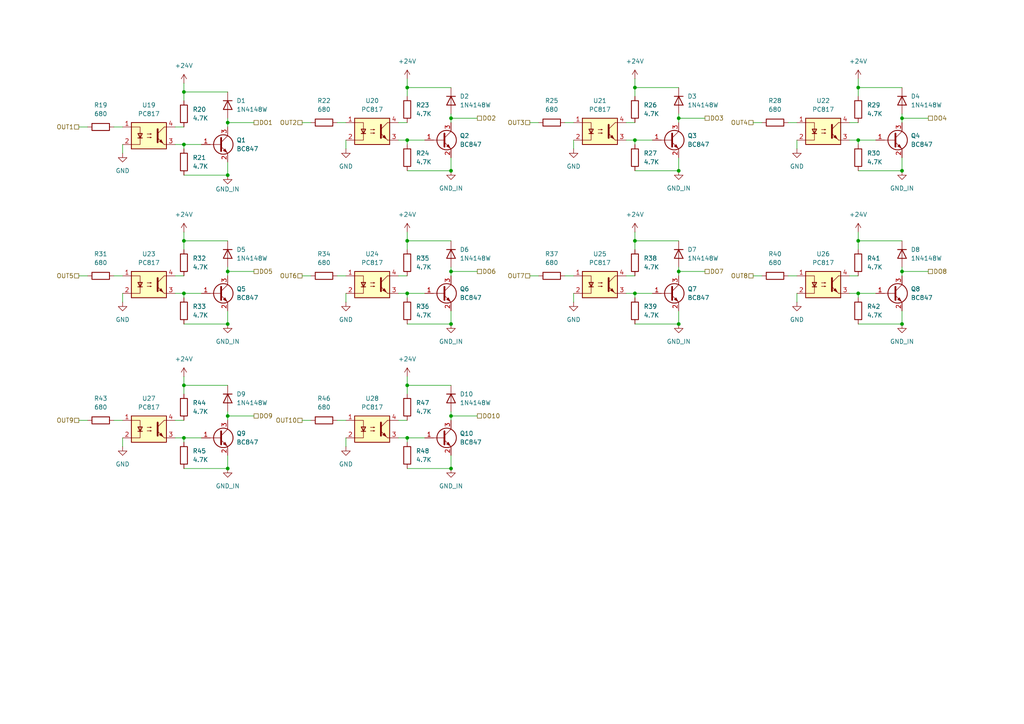
<source format=kicad_sch>
(kicad_sch (version 20250114) (generator "eeschema") (generator_version "9.0")
  (paper "A4")
  (lib_symbols
    (symbol "Device:R" (pin_numbers (hide yes)) (pin_names (offset 0))
      (property "Reference" "R" (at 2.032 0 90))
      (property "Value" "R" (at 0 0 90))
      (symbol "R_0_1"
        (rectangle (start -1.016 -2.54) (end 1.016 2.54) (stroke (width 0.254)))
      )
      (symbol "R_1_1"
        (pin passive line (at 0 3.81 270) (length 1.27) (name "~") (number "1"))
        (pin passive line (at 0 -3.81 90) (length 1.27) (name "~") (number "2"))
      )
    )
    (symbol "Diode:1N4148W" (pin_numbers (hide yes)) (pin_names (hide yes))
      (property "Reference" "D" (at 0 2.54 0))
      (property "Value" "1N4148W" (at 0 -2.54 0))
      (symbol "1N4148W_0_1"
        (polyline (pts (xy -1.27 1.27) (xy -1.27 -1.27)) (stroke (width 0.254)))
        (polyline (pts (xy 1.27 1.27) (xy 1.27 -1.27) (xy -1.27 0) (xy 1.27 1.27)) (stroke (width 0.254)))
        (polyline (pts (xy 1.27 0) (xy -1.27 0)))
      )
      (symbol "1N4148W_1_1"
        (pin passive line (at -3.81 0 0) (length 2.54) (name "K") (number "1"))
        (pin passive line (at 3.81 0 180) (length 2.54) (name "A") (number "2"))
      )
    )
    (symbol "Isolator:PC817" (pin_names (offset 1.016))
      (property "Reference" "U" (at -5.08 5.08 0))
      (property "Value" "PC817" (at 0 5.08 0))
      (symbol "PC817_0_1"
        (rectangle (start -5.08 3.81) (end 5.08 -3.81) (stroke (width 0.254)) (fill (type background)))
        (polyline (pts (xy -5.08 2.54) (xy -2.54 2.54) (xy -2.54 -0.635)))
        (polyline (pts (xy -3.175 -0.635) (xy -1.905 -0.635)) (stroke (width 0.254)))
        (polyline (pts (xy -2.54 -0.635) (xy -2.54 -2.54) (xy -5.08 -2.54)))
        (polyline (pts (xy -2.54 -0.635) (xy -3.175 0.635) (xy -1.905 0.635) (xy -2.54 -0.635)) (stroke (width 0.254)))
        (polyline (pts (xy -0.508 0.508) (xy 0.762 0.508) (xy 0.381 0.381) (xy 0.381 0.635) (xy 0.762 0.508)))
        (polyline (pts (xy -0.508 -0.508) (xy 0.762 -0.508) (xy 0.381 -0.635) (xy 0.381 -0.381) (xy 0.762 -0.508)))
        (polyline (pts (xy 2.54 1.905) (xy 2.54 -1.905) (xy 2.54 -1.905)) (stroke (width 0.508)))
        (polyline (pts (xy 2.54 0.635) (xy 4.445 2.54)))
        (polyline (pts (xy 3.048 -1.651) (xy 3.556 -1.143) (xy 4.064 -2.159) (xy 3.048 -1.651) (xy 3.048 -1.651)) (fill (type outline)))
        (polyline (pts (xy 4.445 2.54) (xy 5.08 2.54)))
        (polyline (pts (xy 4.445 -2.54) (xy 2.54 -0.635)) (fill (type outline)))
        (polyline (pts (xy 4.445 -2.54) (xy 5.08 -2.54)))
      )
      (symbol "PC817_1_1"
        (pin passive line (at -7.62 2.54 0) (length 2.54) (name "~") (number "1"))
        (pin passive line (at -7.62 -2.54 0) (length 2.54) (name "~") (number "2"))
        (pin passive line (at 7.62 2.54 180) (length 2.54) (name "~") (number "4"))
        (pin passive line (at 7.62 -2.54 180) (length 2.54) (name "~") (number "3"))
      )
    )
    (symbol "Transistor_BJT:BC847" (pin_names (offset 0) (hide yes))
      (property "Reference" "Q" (at 5.08 1.905 0))
      (property "Value" "BC847" (at 5.08 0 0))
      (symbol "BC847_0_1"
        (polyline (pts (xy -2.54 0) (xy 0.635 0)))
        (polyline (pts (xy 0.635 1.905) (xy 0.635 -1.905)) (stroke (width 0.508)))
        (circle (center 1.27 0) (radius 2.8194) (stroke (width 0.254)))
      )
      (symbol "BC847_1_1"
        (polyline (pts (xy 0.635 0.635) (xy 2.54 2.54)))
        (polyline (pts (xy 0.635 -0.635) (xy 2.54 -2.54)))
        (polyline (pts (xy 1.27 -1.778) (xy 1.778 -1.27) (xy 2.286 -2.286) (xy 1.27 -1.778)) (fill (type outline)))
        (pin input line (at -5.08 0 0) (length 2.54) (name "B") (number "1"))
        (pin passive line (at 2.54 5.08 270) (length 2.54) (name "C") (number "3"))
        (pin passive line (at 2.54 -5.08 90) (length 2.54) (name "E") (number "2"))
      )
    )
    (symbol "power:+24V" (power) (pin_numbers (hide yes)) (pin_names (offset 0) (hide yes))
      (property "Value" "+24V" (at 0 3.556 0))
      (symbol "+24V_0_1"
        (polyline (pts (xy -0.762 1.27) (xy 0 2.54)))
        (polyline (pts (xy 0 2.54) (xy 0.762 1.27)))
        (polyline (pts (xy 0 0) (xy 0 2.54)))
      )
      (symbol "+24V_1_1"
        (pin power_in line (at 0 0 90) (length 0) (name "~") (number "1"))
      )
    )
    (symbol "power:GND" (power) (pin_numbers (hide yes)) (pin_names (offset 0) (hide yes))
      (property "Value" "GND" (at 0 -3.81 0))
      (symbol "GND_0_1"
        (polyline (pts (xy 0 0) (xy 0 -1.27) (xy 1.27 -1.27) (xy 0 -2.54) (xy -1.27 -1.27) (xy 0 -1.27)))
      )
      (symbol "GND_1_1"
        (pin power_in line (at 0 0 270) (length 0) (name "~") (number "1"))
      )
    )
  )
  (junction (at 118.11 25.4))
  (junction (at 184.15 85.09))
  (junction (at 261.62 93.98))
  (junction (at 53.34 26.67))
  (junction (at 184.15 69.85))
  (junction (at 261.62 78.74))
  (junction (at 66.04 50.8))
  (junction (at 196.85 34.29))
  (junction (at 248.92 25.4))
  (junction (at 184.15 25.4))
  (junction (at 130.81 34.29))
  (junction (at 66.04 35.56))
  (junction (at 248.92 69.85))
  (junction (at 66.04 78.74))
  (junction (at 248.92 85.09))
  (junction (at 118.11 40.64))
  (junction (at 130.81 120.65))
  (junction (at 66.04 135.89))
  (junction (at 53.34 127))
  (junction (at 248.92 40.64))
  (junction (at 53.34 69.85))
  (junction (at 196.85 93.98))
  (junction (at 118.11 127))
  (junction (at 130.81 135.89))
  (junction (at 261.62 49.53))
  (junction (at 196.85 49.53))
  (junction (at 53.34 85.09))
  (junction (at 130.81 93.98))
  (junction (at 184.15 40.64))
  (junction (at 118.11 69.85))
  (junction (at 118.11 85.09))
  (junction (at 118.11 111.76))
  (junction (at 196.85 78.74))
  (junction (at 66.04 93.98))
  (junction (at 53.34 111.76))
  (junction (at 261.62 34.29))
  (junction (at 53.34 41.91))
  (junction (at 130.81 78.74))
  (junction (at 66.04 120.65))
  (junction (at 130.81 49.53))
  (wire (pts (xy 35.56 85.09) (xy 35.56 87.63)))
  (wire (pts (xy 115.57 35.56) (xy 118.11 35.56)))
  (wire (pts (xy 115.57 40.64) (xy 118.11 40.64)))
  (wire (pts (xy 246.38 35.56) (xy 248.92 35.56)))
  (wire (pts (xy 153.67 35.56) (xy 156.21 35.56)))
  (wire (pts (xy 66.04 90.17) (xy 66.04 93.98)))
  (wire (pts (xy 248.92 93.98) (xy 261.62 93.98)))
  (wire (pts (xy 130.81 132.08) (xy 130.81 135.89)))
  (wire (pts (xy 118.11 111.76) (xy 130.81 111.76)))
  (wire (pts (xy 261.62 90.17) (xy 261.62 93.98)))
  (wire (pts (xy 181.61 35.56) (xy 184.15 35.56)))
  (wire (pts (xy 66.04 35.56) (xy 73.66 35.56)))
  (wire (pts (xy 118.11 67.31) (xy 118.11 69.85)))
  (wire (pts (xy 53.34 26.67) (xy 53.34 29.21)))
  (wire (pts (xy 50.8 127) (xy 53.34 127)))
  (wire (pts (xy 118.11 93.98) (xy 130.81 93.98)))
  (wire (pts (xy 166.37 85.09) (xy 166.37 87.63)))
  (wire (pts (xy 53.34 111.76) (xy 53.34 114.3)))
  (wire (pts (xy 53.34 69.85) (xy 66.04 69.85)))
  (wire (pts (xy 196.85 77.47) (xy 196.85 78.74)))
  (wire (pts (xy 53.34 93.98) (xy 66.04 93.98)))
  (wire (pts (xy 248.92 85.09) (xy 254 85.09)))
  (wire (pts (xy 246.38 85.09) (xy 248.92 85.09)))
  (wire (pts (xy 50.8 80.01) (xy 53.34 80.01)))
  (wire (pts (xy 53.34 85.09) (xy 58.42 85.09)))
  (wire (pts (xy 115.57 127) (xy 118.11 127)))
  (wire (pts (xy 130.81 90.17) (xy 130.81 93.98)))
  (wire (pts (xy 33.02 80.01) (xy 35.56 80.01)))
  (wire (pts (xy 248.92 69.85) (xy 248.92 72.39)))
  (wire (pts (xy 231.14 85.09) (xy 231.14 87.63)))
  (wire (pts (xy 261.62 34.29) (xy 269.24 34.29)))
  (wire (pts (xy 196.85 78.74) (xy 196.85 80.01)))
  (wire (pts (xy 248.92 25.4) (xy 248.92 27.94)))
  (wire (pts (xy 184.15 25.4) (xy 196.85 25.4)))
  (wire (pts (xy 53.34 41.91) (xy 58.42 41.91)))
  (wire (pts (xy 115.57 80.01) (xy 118.11 80.01)))
  (wire (pts (xy 248.92 40.64) (xy 248.92 41.91)))
  (wire (pts (xy 100.33 127) (xy 100.33 129.54)))
  (wire (pts (xy 50.8 36.83) (xy 53.34 36.83)))
  (wire (pts (xy 118.11 85.09) (xy 123.19 85.09)))
  (wire (pts (xy 33.02 36.83) (xy 35.56 36.83)))
  (wire (pts (xy 184.15 49.53) (xy 196.85 49.53)))
  (wire (pts (xy 66.04 119.38) (xy 66.04 120.65)))
  (wire (pts (xy 87.63 35.56) (xy 90.17 35.56)))
  (wire (pts (xy 87.63 80.01) (xy 90.17 80.01)))
  (wire (pts (xy 53.34 85.09) (xy 53.34 86.36)))
  (wire (pts (xy 261.62 45.72) (xy 261.62 49.53)))
  (wire (pts (xy 118.11 25.4) (xy 118.11 27.94)))
  (wire (pts (xy 196.85 34.29) (xy 196.85 35.56)))
  (wire (pts (xy 196.85 78.74) (xy 204.47 78.74)))
  (wire (pts (xy 100.33 85.09) (xy 100.33 87.63)))
  (wire (pts (xy 53.34 50.8) (xy 66.04 50.8)))
  (wire (pts (xy 53.34 111.76) (xy 66.04 111.76)))
  (wire (pts (xy 130.81 45.72) (xy 130.81 49.53)))
  (wire (pts (xy 184.15 22.86) (xy 184.15 25.4)))
  (wire (pts (xy 22.86 121.92) (xy 25.4 121.92)))
  (wire (pts (xy 184.15 93.98) (xy 196.85 93.98)))
  (wire (pts (xy 261.62 34.29) (xy 261.62 35.56)))
  (wire (pts (xy 248.92 69.85) (xy 261.62 69.85)))
  (wire (pts (xy 153.67 80.01) (xy 156.21 80.01)))
  (wire (pts (xy 66.04 132.08) (xy 66.04 135.89)))
  (wire (pts (xy 248.92 25.4) (xy 261.62 25.4)))
  (wire (pts (xy 87.63 121.92) (xy 90.17 121.92)))
  (wire (pts (xy 100.33 40.64) (xy 100.33 43.18)))
  (wire (pts (xy 35.56 127) (xy 35.56 129.54)))
  (wire (pts (xy 118.11 25.4) (xy 130.81 25.4)))
  (wire (pts (xy 184.15 40.64) (xy 184.15 41.91)))
  (wire (pts (xy 22.86 36.83) (xy 25.4 36.83)))
  (wire (pts (xy 130.81 77.47) (xy 130.81 78.74)))
  (wire (pts (xy 53.34 127) (xy 53.34 128.27)))
  (wire (pts (xy 261.62 33.02) (xy 261.62 34.29)))
  (wire (pts (xy 118.11 40.64) (xy 118.11 41.91)))
  (wire (pts (xy 53.34 24.13) (xy 53.34 26.67)))
  (wire (pts (xy 97.79 80.01) (xy 100.33 80.01)))
  (wire (pts (xy 118.11 109.22) (xy 118.11 111.76)))
  (wire (pts (xy 118.11 69.85) (xy 118.11 72.39)))
  (wire (pts (xy 130.81 78.74) (xy 138.43 78.74)))
  (wire (pts (xy 118.11 135.89) (xy 130.81 135.89)))
  (wire (pts (xy 181.61 80.01) (xy 184.15 80.01)))
  (wire (pts (xy 118.11 111.76) (xy 118.11 114.3)))
  (wire (pts (xy 118.11 69.85) (xy 130.81 69.85)))
  (wire (pts (xy 66.04 120.65) (xy 73.66 120.65)))
  (wire (pts (xy 184.15 25.4) (xy 184.15 27.94)))
  (wire (pts (xy 66.04 46.99) (xy 66.04 50.8)))
  (wire (pts (xy 118.11 40.64) (xy 123.19 40.64)))
  (wire (pts (xy 248.92 85.09) (xy 248.92 86.36)))
  (wire (pts (xy 35.56 41.91) (xy 35.56 44.45)))
  (wire (pts (xy 118.11 127) (xy 118.11 128.27)))
  (wire (pts (xy 118.11 22.86) (xy 118.11 25.4)))
  (wire (pts (xy 130.81 120.65) (xy 130.81 121.92)))
  (wire (pts (xy 97.79 121.92) (xy 100.33 121.92)))
  (wire (pts (xy 196.85 90.17) (xy 196.85 93.98)))
  (wire (pts (xy 53.34 41.91) (xy 53.34 43.18)))
  (wire (pts (xy 130.81 78.74) (xy 130.81 80.01)))
  (wire (pts (xy 66.04 35.56) (xy 66.04 36.83)))
  (wire (pts (xy 248.92 49.53) (xy 261.62 49.53)))
  (wire (pts (xy 248.92 22.86) (xy 248.92 25.4)))
  (wire (pts (xy 184.15 69.85) (xy 196.85 69.85)))
  (wire (pts (xy 248.92 67.31) (xy 248.92 69.85)))
  (wire (pts (xy 261.62 77.47) (xy 261.62 78.74)))
  (wire (pts (xy 22.86 80.01) (xy 25.4 80.01)))
  (wire (pts (xy 118.11 127) (xy 123.19 127)))
  (wire (pts (xy 53.34 109.22) (xy 53.34 111.76)))
  (wire (pts (xy 228.6 35.56) (xy 231.14 35.56)))
  (wire (pts (xy 130.81 119.38) (xy 130.81 120.65)))
  (wire (pts (xy 130.81 34.29) (xy 138.43 34.29)))
  (wire (pts (xy 130.81 120.65) (xy 138.43 120.65)))
  (wire (pts (xy 115.57 85.09) (xy 118.11 85.09)))
  (wire (pts (xy 218.44 35.56) (xy 220.98 35.56)))
  (wire (pts (xy 118.11 49.53) (xy 130.81 49.53)))
  (wire (pts (xy 50.8 85.09) (xy 53.34 85.09)))
  (wire (pts (xy 184.15 69.85) (xy 184.15 72.39)))
  (wire (pts (xy 231.14 40.64) (xy 231.14 43.18)))
  (wire (pts (xy 184.15 67.31) (xy 184.15 69.85)))
  (wire (pts (xy 261.62 78.74) (xy 261.62 80.01)))
  (wire (pts (xy 196.85 34.29) (xy 204.47 34.29)))
  (wire (pts (xy 218.44 80.01) (xy 220.98 80.01)))
  (wire (pts (xy 196.85 33.02) (xy 196.85 34.29)))
  (wire (pts (xy 53.34 67.31) (xy 53.34 69.85)))
  (wire (pts (xy 53.34 135.89) (xy 66.04 135.89)))
  (wire (pts (xy 66.04 34.29) (xy 66.04 35.56)))
  (wire (pts (xy 53.34 69.85) (xy 53.34 72.39)))
  (wire (pts (xy 130.81 34.29) (xy 130.81 35.56)))
  (wire (pts (xy 184.15 85.09) (xy 184.15 86.36)))
  (wire (pts (xy 66.04 78.74) (xy 66.04 80.01)))
  (wire (pts (xy 50.8 121.92) (xy 53.34 121.92)))
  (wire (pts (xy 97.79 35.56) (xy 100.33 35.56)))
  (wire (pts (xy 66.04 78.74) (xy 73.66 78.74)))
  (wire (pts (xy 118.11 85.09) (xy 118.11 86.36)))
  (wire (pts (xy 163.83 80.01) (xy 166.37 80.01)))
  (wire (pts (xy 53.34 26.67) (xy 66.04 26.67)))
  (wire (pts (xy 246.38 80.01) (xy 248.92 80.01)))
  (wire (pts (xy 184.15 40.64) (xy 189.23 40.64)))
  (wire (pts (xy 246.38 40.64) (xy 248.92 40.64)))
  (wire (pts (xy 33.02 121.92) (xy 35.56 121.92)))
  (wire (pts (xy 50.8 41.91) (xy 53.34 41.91)))
  (wire (pts (xy 196.85 45.72) (xy 196.85 49.53)))
  (wire (pts (xy 181.61 40.64) (xy 184.15 40.64)))
  (wire (pts (xy 166.37 40.64) (xy 166.37 43.18)))
  (wire (pts (xy 130.81 33.02) (xy 130.81 34.29)))
  (wire (pts (xy 66.04 77.47) (xy 66.04 78.74)))
  (wire (pts (xy 184.15 85.09) (xy 189.23 85.09)))
  (wire (pts (xy 66.04 120.65) (xy 66.04 121.92)))
  (wire (pts (xy 181.61 85.09) (xy 184.15 85.09)))
  (wire (pts (xy 261.62 78.74) (xy 269.24 78.74)))
  (wire (pts (xy 163.83 35.56) (xy 166.37 35.56)))
  (wire (pts (xy 53.34 127) (xy 58.42 127)))
  (wire (pts (xy 228.6 80.01) (xy 231.14 80.01)))
  (wire (pts (xy 248.92 40.64) (xy 254 40.64)))
  (wire (pts (xy 115.57 121.92) (xy 118.11 121.92)))
  (hierarchical_label "DO4" (shape passive) (at 269.24 34.29 0))
  (hierarchical_label "OUT2" (shape passive) (at 87.63 35.56 180))
  (hierarchical_label "DO9" (shape passive) (at 73.66 120.65 0))
  (hierarchical_label "DO2" (shape passive) (at 138.43 34.29 0))
  (hierarchical_label "OUT5" (shape passive) (at 22.86 80.01 180))
  (hierarchical_label "DO6" (shape passive) (at 138.43 78.74 0))
  (hierarchical_label "OUT7" (shape passive) (at 153.67 80.01 180))
  (hierarchical_label "OUT3" (shape passive) (at 153.67 35.56 180))
  (hierarchical_label "OUT8" (shape passive) (at 218.44 80.01 180))
  (hierarchical_label "OUT6" (shape passive) (at 87.63 80.01 180))
  (hierarchical_label "DO7" (shape passive) (at 204.47 78.74 0))
  (hierarchical_label "DO5" (shape passive) (at 73.66 78.74 0))
  (hierarchical_label "OUT1" (shape passive) (at 22.86 36.83 180))
  (hierarchical_label "OUT9" (shape passive) (at 22.86 121.92 180))
  (hierarchical_label "OUT10" (shape passive) (at 87.63 121.92 180))
  (hierarchical_label "DO3" (shape passive) (at 204.47 34.29 0))
  (hierarchical_label "DO8" (shape passive) (at 269.24 78.74 0))
  (hierarchical_label "OUT4" (shape passive) (at 218.44 35.56 180))
  (hierarchical_label "DO1" (shape passive) (at 73.66 35.56 0))
  (hierarchical_label "DO10" (shape passive) (at 138.43 120.65 0))
  (symbol (lib_id "Isolator:PC817") (at 107.95 124.46 0) (unit 1)
    (property "Reference" "U28" (at 107.95 115.57 0))
    (property "Value" "PC817" (at 107.95 118.11 0))
    (property "Footprint" "Package_DIP:DIP-4_W7.62mm" (effects (hide yes)))
    (property "Datasheet" "http://www.soselectronic.cz/a_info/resource/d/pc817.pdf" (effects (hide yes)))
    (property "Description" "DC Optocoupler, Vce 35V, CTR 50-300%, DIP-4" (effects (hide yes)))
  )
  (symbol (lib_id "Isolator:PC817") (at 43.18 124.46 0) (unit 1)
    (property "Reference" "U27" (at 43.18 115.57 0))
    (property "Value" "PC817" (at 43.18 118.11 0))
    (property "Footprint" "Package_DIP:DIP-4_W7.62mm" (effects (hide yes)))
    (property "Datasheet" "http://www.soselectronic.cz/a_info/resource/d/pc817.pdf" (effects (hide yes)))
    (property "Description" "DC Optocoupler, Vce 35V, CTR 50-300%, DIP-4" (effects (hide yes)))
  )
  (symbol (lib_id "Diode:1N4148W") (at 66.04 115.57 270) (unit 1)
    (property "Reference" "D9" (at 68.58 114.2999 90) (effects (justify left)))
    (property "Value" "1N4148W" (at 68.58 116.8399 90) (effects (justify left)))
    (property "Footprint" "Diode_SMD:D_SOD-123" (effects (hide yes)))
    (property "Datasheet" "https://www.vishay.com/docs/85748/1n4148w.pdf" (effects (hide yes)))
    (property "Description" "75V 0.15A Fast Switching Diode, SOD-123" (effects (hide yes)))
    (property "Sim.Device" "D" (effects (hide yes)))
    (property "Sim.Pins" "1=K 2=A" (effects (hide yes)))
  )
  (symbol (lib_id "power:+24V") (at 248.92 67.31 0) (unit 1)
    (property "Reference" "#PWR067" (effects (hide yes)))
    (property "Value" "+24V" (at 248.92 62.23 0))
    (property "Description" "Power symbol creates a global label with name \"+24V\"" (effects (hide yes)))
  )
  (symbol (lib_id "power:+24V") (at 118.11 109.22 0) (unit 1)
    (property "Reference" "#PWR073" (effects (hide yes)))
    (property "Value" "+24V" (at 118.11 104.14 0))
    (property "Description" "Power symbol creates a global label with name \"+24V\"" (effects (hide yes)))
  )
  (symbol (lib_id "Device:R") (at 248.92 76.2 180) (unit 1)
    (property "Reference" "R41" (at 251.46 74.9299 0) (effects (justify right)))
    (property "Value" "4.7K" (at 251.46 77.4699 0) (effects (justify right)))
    (property "Footprint" "Resistor_SMD:R_0805_2012Metric_Pad1.20x1.40mm_HandSolder" (effects (hide yes)))
    (property "Description" "Resistor" (effects (hide yes)))
  )
  (symbol (lib_id "Diode:1N4148W") (at 196.85 29.21 270) (unit 1)
    (property "Reference" "D3" (at 199.39 27.9399 90) (effects (justify left)))
    (property "Value" "1N4148W" (at 199.39 30.4799 90) (effects (justify left)))
    (property "Footprint" "Diode_SMD:D_SOD-123" (effects (hide yes)))
    (property "Datasheet" "https://www.vishay.com/docs/85748/1n4148w.pdf" (effects (hide yes)))
    (property "Description" "75V 0.15A Fast Switching Diode, SOD-123" (effects (hide yes)))
    (property "Sim.Device" "D" (effects (hide yes)))
    (property "Sim.Pins" "1=K 2=A" (effects (hide yes)))
  )
  (symbol (lib_id "power:GND") (at 130.81 135.89 0) (unit 1)
    (property "Reference" "#PWR074" (effects (hide yes)))
    (property "Value" "GND_IN" (at 130.81 140.97 0))
    (property "Description" "Power symbol creates a global label with name \"GND\" , ground" (effects (hide yes)))
  )
  (symbol (lib_id "Device:R") (at 53.34 46.99 180) (unit 1)
    (property "Reference" "R21" (at 55.88 45.7199 0) (effects (justify right)))
    (property "Value" "4.7K" (at 55.88 48.2599 0) (effects (justify right)))
    (property "Footprint" "Resistor_SMD:R_0805_2012Metric_Pad1.20x1.40mm_HandSolder" (effects (hide yes)))
    (property "Description" "Resistor" (effects (hide yes)))
  )
  (symbol (lib_id "Device:R") (at 118.11 90.17 180) (unit 1)
    (property "Reference" "R36" (at 120.65 88.8999 0) (effects (justify right)))
    (property "Value" "4.7K" (at 120.65 91.4399 0) (effects (justify right)))
    (property "Footprint" "Resistor_SMD:R_0805_2012Metric_Pad1.20x1.40mm_HandSolder" (effects (hide yes)))
    (property "Description" "Resistor" (effects (hide yes)))
  )
  (symbol (lib_id "power:GND") (at 66.04 50.8 0) (unit 1)
    (property "Reference" "#PWR07" (effects (hide yes)))
    (property "Value" "GND_IN" (at 62.484 54.864 0) (effects (justify left)))
    (property "Description" "Power symbol creates a global label with name \"GND\" , ground" (effects (hide yes)))
  )
  (symbol (lib_id "Isolator:PC817") (at 238.76 82.55 0) (unit 1)
    (property "Reference" "U26" (at 238.76 73.66 0))
    (property "Value" "PC817" (at 238.76 76.2 0))
    (property "Footprint" "Package_DIP:DIP-4_W7.62mm" (effects (hide yes)))
    (property "Datasheet" "http://www.soselectronic.cz/a_info/resource/d/pc817.pdf" (effects (hide yes)))
    (property "Description" "DC Optocoupler, Vce 35V, CTR 50-300%, DIP-4" (effects (hide yes)))
  )
  (symbol (lib_id "Device:R") (at 53.34 33.02 180) (unit 1)
    (property "Reference" "R20" (at 55.88 31.7499 0) (effects (justify right)))
    (property "Value" "4.7K" (at 55.88 34.2899 0) (effects (justify right)))
    (property "Footprint" "Resistor_SMD:R_0805_2012Metric_Pad1.20x1.40mm_HandSolder" (effects (hide yes)))
    (property "Description" "Resistor" (effects (hide yes)))
  )
  (symbol (lib_id "power:GND") (at 100.33 43.18 0) (unit 1)
    (property "Reference" "#PWR048" (effects (hide yes)))
    (property "Value" "GND" (at 100.33 48.26 0))
    (property "Description" "Power symbol creates a global label with name \"GND\" , ground" (effects (hide yes)))
  )
  (symbol (lib_id "power:GND") (at 66.04 135.89 0) (unit 1)
    (property "Reference" "#PWR071" (effects (hide yes)))
    (property "Value" "GND_IN" (at 66.04 140.97 0))
    (property "Description" "Power symbol creates a global label with name \"GND\" , ground" (effects (hide yes)))
  )
  (symbol (lib_id "Diode:1N4148W") (at 261.62 73.66 270) (unit 1)
    (property "Reference" "D8" (at 264.16 72.3899 90) (effects (justify left)))
    (property "Value" "1N4148W" (at 264.16 74.9299 90) (effects (justify left)))
    (property "Footprint" "Diode_SMD:D_SOD-123" (effects (hide yes)))
    (property "Datasheet" "https://www.vishay.com/docs/85748/1n4148w.pdf" (effects (hide yes)))
    (property "Description" "75V 0.15A Fast Switching Diode, SOD-123" (effects (hide yes)))
    (property "Sim.Device" "D" (effects (hide yes)))
    (property "Sim.Pins" "1=K 2=A" (effects (hide yes)))
  )
  (symbol (lib_id "power:GND") (at 130.81 93.98 0) (unit 1)
    (property "Reference" "#PWR062" (effects (hide yes)))
    (property "Value" "GND_IN" (at 130.81 99.06 0))
    (property "Description" "Power symbol creates a global label with name \"GND\" , ground" (effects (hide yes)))
  )
  (symbol (lib_id "power:+24V") (at 184.15 22.86 0) (unit 1)
    (property "Reference" "#PWR052" (effects (hide yes)))
    (property "Value" "+24V" (at 184.15 17.78 0))
    (property "Description" "Power symbol creates a global label with name \"+24V\"" (effects (hide yes)))
  )
  (symbol (lib_id "Device:R") (at 118.11 118.11 180) (unit 1)
    (property "Reference" "R47" (at 120.65 116.8399 0) (effects (justify right)))
    (property "Value" "4.7K" (at 120.65 119.3799 0) (effects (justify right)))
    (property "Footprint" "Resistor_SMD:R_0805_2012Metric_Pad1.20x1.40mm_HandSolder" (effects (hide yes)))
    (property "Description" "Resistor" (effects (hide yes)))
  )
  (symbol (lib_id "power:GND") (at 231.14 43.18 0) (unit 1)
    (property "Reference" "#PWR054" (effects (hide yes)))
    (property "Value" "GND" (at 231.14 48.26 0))
    (property "Description" "Power symbol creates a global label with name \"GND\" , ground" (effects (hide yes)))
  )
  (symbol (lib_id "power:GND") (at 100.33 129.54 0) (unit 1)
    (property "Reference" "#PWR072" (effects (hide yes)))
    (property "Value" "GND" (at 100.33 134.62 0))
    (property "Description" "Power symbol creates a global label with name \"GND\" , ground" (effects (hide yes)))
  )
  (symbol (lib_id "power:+24V") (at 53.34 109.22 0) (unit 1)
    (property "Reference" "#PWR070" (effects (hide yes)))
    (property "Value" "+24V" (at 53.34 104.14 0))
    (property "Description" "Power symbol creates a global label with name \"+24V\"" (effects (hide yes)))
  )
  (symbol (lib_id "Transistor_BJT:BC847") (at 259.08 85.09 0) (unit 1)
    (property "Reference" "Q8" (at 264.16 83.8199 0) (effects (justify left)))
    (property "Value" "BC847" (at 264.16 86.3599 0) (effects (justify left)))
    (property "Footprint" "Package_TO_SOT_SMD:SOT-23" (effects (hide yes)))
    (property "Datasheet" "http://www.infineon.com/dgdl/Infineon-BC847SERIES_BC848SERIES_BC849SERIES_BC850SERIES-DS-v01_01-en.pdf?fileId=db3a304314dca389011541d4630a1657" (effects (hide yes)))
    (property "Description" "0.1A Ic, 45V Vce, NPN Transistor, SOT-23" (effects (hide yes)))
  )
  (symbol (lib_id "Device:R") (at 160.02 80.01 90) (unit 1)
    (property "Reference" "R37" (at 160.02 73.66 90))
    (property "Value" "680" (at 160.02 76.2 90))
    (property "Footprint" "Resistor_SMD:R_0805_2012Metric_Pad1.20x1.40mm_HandSolder" (effects (hide yes)))
    (property "Description" "Resistor" (effects (hide yes)))
  )
  (symbol (lib_id "power:GND") (at 166.37 87.63 0) (unit 1)
    (property "Reference" "#PWR063" (effects (hide yes)))
    (property "Value" "GND" (at 166.37 92.71 0))
    (property "Description" "Power symbol creates a global label with name \"GND\" , ground" (effects (hide yes)))
  )
  (symbol (lib_id "Transistor_BJT:BC847") (at 128.27 127 0) (unit 1)
    (property "Reference" "Q10" (at 133.35 125.7299 0) (effects (justify left)))
    (property "Value" "BC847" (at 133.35 128.2699 0) (effects (justify left)))
    (property "Footprint" "Package_TO_SOT_SMD:SOT-23" (effects (hide yes)))
    (property "Datasheet" "http://www.infineon.com/dgdl/Infineon-BC847SERIES_BC848SERIES_BC849SERIES_BC850SERIES-DS-v01_01-en.pdf?fileId=db3a304314dca389011541d4630a1657" (effects (hide yes)))
    (property "Description" "0.1A Ic, 45V Vce, NPN Transistor, SOT-23" (effects (hide yes)))
  )
  (symbol (lib_id "Transistor_BJT:BC847") (at 259.08 40.64 0) (unit 1)
    (property "Reference" "Q4" (at 264.16 39.3699 0) (effects (justify left)))
    (property "Value" "BC847" (at 264.16 41.9099 0) (effects (justify left)))
    (property "Footprint" "Package_TO_SOT_SMD:SOT-23" (effects (hide yes)))
    (property "Datasheet" "http://www.infineon.com/dgdl/Infineon-BC847SERIES_BC848SERIES_BC849SERIES_BC850SERIES-DS-v01_01-en.pdf?fileId=db3a304314dca389011541d4630a1657" (effects (hide yes)))
    (property "Description" "0.1A Ic, 45V Vce, NPN Transistor, SOT-23" (effects (hide yes)))
  )
  (symbol (lib_id "Device:R") (at 93.98 121.92 90) (unit 1)
    (property "Reference" "R46" (at 93.98 115.57 90))
    (property "Value" "680" (at 93.98 118.11 90))
    (property "Footprint" "Resistor_SMD:R_0805_2012Metric_Pad1.20x1.40mm_HandSolder" (effects (hide yes)))
    (property "Description" "Resistor" (effects (hide yes)))
  )
  (symbol (lib_id "Diode:1N4148W") (at 196.85 73.66 270) (unit 1)
    (property "Reference" "D7" (at 199.39 72.3899 90) (effects (justify left)))
    (property "Value" "1N4148W" (at 199.39 74.9299 90) (effects (justify left)))
    (property "Footprint" "Diode_SMD:D_SOD-123" (effects (hide yes)))
    (property "Datasheet" "https://www.vishay.com/docs/85748/1n4148w.pdf" (effects (hide yes)))
    (property "Description" "75V 0.15A Fast Switching Diode, SOD-123" (effects (hide yes)))
    (property "Sim.Device" "D" (effects (hide yes)))
    (property "Sim.Pins" "1=K 2=A" (effects (hide yes)))
  )
  (symbol (lib_id "power:GND") (at 261.62 49.53 0) (unit 1)
    (property "Reference" "#PWR056" (effects (hide yes)))
    (property "Value" "GND_IN" (at 261.62 54.61 0))
    (property "Description" "Power symbol creates a global label with name \"GND\" , ground" (effects (hide yes)))
  )
  (symbol (lib_id "Diode:1N4148W") (at 66.04 30.48 270) (unit 1)
    (property "Reference" "D1" (at 68.58 29.2099 90) (effects (justify left)))
    (property "Value" "1N4148W" (at 68.58 31.7499 90) (effects (justify left)))
    (property "Footprint" "Diode_SMD:D_SOD-123" (effects (hide yes)))
    (property "Datasheet" "https://www.vishay.com/docs/85748/1n4148w.pdf" (effects (hide yes)))
    (property "Description" "75V 0.15A Fast Switching Diode, SOD-123" (effects (hide yes)))
    (property "Sim.Device" "D" (effects (hide yes)))
    (property "Sim.Pins" "1=K 2=A" (effects (hide yes)))
  )
  (symbol (lib_id "Device:R") (at 29.21 80.01 90) (unit 1)
    (property "Reference" "R31" (at 29.21 73.66 90))
    (property "Value" "680" (at 29.21 76.2 90))
    (property "Footprint" "Resistor_SMD:R_0805_2012Metric_Pad1.20x1.40mm_HandSolder" (effects (hide yes)))
    (property "Description" "Resistor" (effects (hide yes)))
  )
  (symbol (lib_id "Isolator:PC817") (at 238.76 38.1 0) (unit 1)
    (property "Reference" "U22" (at 238.76 29.21 0))
    (property "Value" "PC817" (at 238.76 31.75 0))
    (property "Footprint" "Package_DIP:DIP-4_W7.62mm" (effects (hide yes)))
    (property "Datasheet" "http://www.soselectronic.cz/a_info/resource/d/pc817.pdf" (effects (hide yes)))
    (property "Description" "DC Optocoupler, Vce 35V, CTR 50-300%, DIP-4" (effects (hide yes)))
  )
  (symbol (lib_id "power:GND") (at 261.62 93.98 0) (unit 1)
    (property "Reference" "#PWR068" (effects (hide yes)))
    (property "Value" "GND_IN" (at 261.62 99.06 0))
    (property "Description" "Power symbol creates a global label with name \"GND\" , ground" (effects (hide yes)))
  )
  (symbol (lib_id "Device:R") (at 53.34 118.11 180) (unit 1)
    (property "Reference" "R44" (at 55.88 116.8399 0) (effects (justify right)))
    (property "Value" "4.7K" (at 55.88 119.3799 0) (effects (justify right)))
    (property "Footprint" "Resistor_SMD:R_0805_2012Metric_Pad1.20x1.40mm_HandSolder" (effects (hide yes)))
    (property "Description" "Resistor" (effects (hide yes)))
  )
  (symbol (lib_id "power:GND") (at 231.14 87.63 0) (unit 1)
    (property "Reference" "#PWR066" (effects (hide yes)))
    (property "Value" "GND" (at 231.14 92.71 0))
    (property "Description" "Power symbol creates a global label with name \"GND\" , ground" (effects (hide yes)))
  )
  (symbol (lib_id "power:+24V") (at 184.15 67.31 0) (unit 1)
    (property "Reference" "#PWR064" (effects (hide yes)))
    (property "Value" "+24V" (at 184.15 62.23 0))
    (property "Description" "Power symbol creates a global label with name \"+24V\"" (effects (hide yes)))
  )
  (symbol (lib_id "power:GND") (at 196.85 49.53 0) (unit 1)
    (property "Reference" "#PWR053" (effects (hide yes)))
    (property "Value" "GND_IN" (at 196.85 54.61 0))
    (property "Description" "Power symbol creates a global label with name \"GND\" , ground" (effects (hide yes)))
  )
  (symbol (lib_id "power:+24V") (at 118.11 22.86 0) (unit 1)
    (property "Reference" "#PWR049" (effects (hide yes)))
    (property "Value" "+24V" (at 118.11 17.78 0))
    (property "Description" "Power symbol creates a global label with name \"+24V\"" (effects (hide yes)))
  )
  (symbol (lib_id "Device:R") (at 93.98 35.56 90) (unit 1)
    (property "Reference" "R22" (at 93.98 29.21 90))
    (property "Value" "680" (at 93.98 31.75 90))
    (property "Footprint" "Resistor_SMD:R_0805_2012Metric_Pad1.20x1.40mm_HandSolder" (effects (hide yes)))
    (property "Description" "Resistor" (effects (hide yes)))
  )
  (symbol (lib_id "Transistor_BJT:BC847") (at 63.5 85.09 0) (unit 1)
    (property "Reference" "Q5" (at 68.58 83.8199 0) (effects (justify left)))
    (property "Value" "BC847" (at 68.58 86.3599 0) (effects (justify left)))
    (property "Footprint" "Package_TO_SOT_SMD:SOT-23" (effects (hide yes)))
    (property "Datasheet" "http://www.infineon.com/dgdl/Infineon-BC847SERIES_BC848SERIES_BC849SERIES_BC850SERIES-DS-v01_01-en.pdf?fileId=db3a304314dca389011541d4630a1657" (effects (hide yes)))
    (property "Description" "0.1A Ic, 45V Vce, NPN Transistor, SOT-23" (effects (hide yes)))
  )
  (symbol (lib_id "Transistor_BJT:BC847") (at 63.5 41.91 0) (unit 1)
    (property "Reference" "Q1" (at 68.58 40.6399 0) (effects (justify left)))
    (property "Value" "BC847" (at 68.58 43.1799 0) (effects (justify left)))
    (property "Footprint" "Package_TO_SOT_SMD:SOT-23" (effects (hide yes)))
    (property "Datasheet" "http://www.infineon.com/dgdl/Infineon-BC847SERIES_BC848SERIES_BC849SERIES_BC850SERIES-DS-v01_01-en.pdf?fileId=db3a304314dca389011541d4630a1657" (effects (hide yes)))
    (property "Description" "0.1A Ic, 45V Vce, NPN Transistor, SOT-23" (effects (hide yes)))
  )
  (symbol (lib_id "power:GND") (at 35.56 87.63 0) (unit 1)
    (property "Reference" "#PWR057" (effects (hide yes)))
    (property "Value" "GND" (at 35.56 92.71 0))
    (property "Description" "Power symbol creates a global label with name \"GND\" , ground" (effects (hide yes)))
  )
  (symbol (lib_id "Diode:1N4148W") (at 261.62 29.21 270) (unit 1)
    (property "Reference" "D4" (at 264.16 27.9399 90) (effects (justify left)))
    (property "Value" "1N4148W" (at 264.16 30.4799 90) (effects (justify left)))
    (property "Footprint" "Diode_SMD:D_SOD-123" (effects (hide yes)))
    (property "Datasheet" "https://www.vishay.com/docs/85748/1n4148w.pdf" (effects (hide yes)))
    (property "Description" "75V 0.15A Fast Switching Diode, SOD-123" (effects (hide yes)))
    (property "Sim.Device" "D" (effects (hide yes)))
    (property "Sim.Pins" "1=K 2=A" (effects (hide yes)))
  )
  (symbol (lib_id "Device:R") (at 53.34 90.17 180) (unit 1)
    (property "Reference" "R33" (at 55.88 88.8999 0) (effects (justify right)))
    (property "Value" "4.7K" (at 55.88 91.4399 0) (effects (justify right)))
    (property "Footprint" "Resistor_SMD:R_0805_2012Metric_Pad1.20x1.40mm_HandSolder" (effects (hide yes)))
    (property "Description" "Resistor" (effects (hide yes)))
  )
  (symbol (lib_id "power:GND") (at 35.56 129.54 0) (unit 1)
    (property "Reference" "#PWR069" (effects (hide yes)))
    (property "Value" "GND" (at 35.56 134.62 0))
    (property "Description" "Power symbol creates a global label with name \"GND\" , ground" (effects (hide yes)))
  )
  (symbol (lib_id "Device:R") (at 118.11 45.72 180) (unit 1)
    (property "Reference" "R24" (at 120.65 44.4499 0) (effects (justify right)))
    (property "Value" "4.7K" (at 120.65 46.9899 0) (effects (justify right)))
    (property "Footprint" "Resistor_SMD:R_0805_2012Metric_Pad1.20x1.40mm_HandSolder" (effects (hide yes)))
    (property "Description" "Resistor" (effects (hide yes)))
  )
  (symbol (lib_id "power:GND") (at 66.04 93.98 0) (unit 1)
    (property "Reference" "#PWR059" (effects (hide yes)))
    (property "Value" "GND_IN" (at 66.04 99.06 0))
    (property "Description" "Power symbol creates a global label with name \"GND\" , ground" (effects (hide yes)))
  )
  (symbol (lib_id "power:+24V") (at 118.11 67.31 0) (unit 1)
    (property "Reference" "#PWR061" (effects (hide yes)))
    (property "Value" "+24V" (at 118.11 62.23 0))
    (property "Description" "Power symbol creates a global label with name \"+24V\"" (effects (hide yes)))
  )
  (symbol (lib_id "power:GND") (at 130.81 49.53 0) (unit 1)
    (property "Reference" "#PWR050" (effects (hide yes)))
    (property "Value" "GND_IN" (at 130.81 54.61 0))
    (property "Description" "Power symbol creates a global label with name \"GND\" , ground" (effects (hide yes)))
  )
  (symbol (lib_id "Device:R") (at 184.15 45.72 180) (unit 1)
    (property "Reference" "R27" (at 186.69 44.4499 0) (effects (justify right)))
    (property "Value" "4.7K" (at 186.69 46.9899 0) (effects (justify right)))
    (property "Footprint" "Resistor_SMD:R_0805_2012Metric_Pad1.20x1.40mm_HandSolder" (effects (hide yes)))
    (property "Description" "Resistor" (effects (hide yes)))
  )
  (symbol (lib_id "power:GND") (at 166.37 43.18 0) (unit 1)
    (property "Reference" "#PWR051" (effects (hide yes)))
    (property "Value" "GND" (at 166.37 48.26 0))
    (property "Description" "Power symbol creates a global label with name \"GND\" , ground" (effects (hide yes)))
  )
  (symbol (lib_id "Device:R") (at 248.92 45.72 180) (unit 1)
    (property "Reference" "R30" (at 251.46 44.4499 0) (effects (justify right)))
    (property "Value" "4.7K" (at 251.46 46.9899 0) (effects (justify right)))
    (property "Footprint" "Resistor_SMD:R_0805_2012Metric_Pad1.20x1.40mm_HandSolder" (effects (hide yes)))
    (property "Description" "Resistor" (effects (hide yes)))
  )
  (symbol (lib_id "Transistor_BJT:BC847") (at 128.27 85.09 0) (unit 1)
    (property "Reference" "Q6" (at 133.35 83.8199 0) (effects (justify left)))
    (property "Value" "BC847" (at 133.35 86.3599 0) (effects (justify left)))
    (property "Footprint" "Package_TO_SOT_SMD:SOT-23" (effects (hide yes)))
    (property "Datasheet" "http://www.infineon.com/dgdl/Infineon-BC847SERIES_BC848SERIES_BC849SERIES_BC850SERIES-DS-v01_01-en.pdf?fileId=db3a304314dca389011541d4630a1657" (effects (hide yes)))
    (property "Description" "0.1A Ic, 45V Vce, NPN Transistor, SOT-23" (effects (hide yes)))
  )
  (symbol (lib_id "power:+24V") (at 53.34 24.13 0) (unit 1)
    (property "Reference" "#PWR06" (effects (hide yes)))
    (property "Value" "+24V" (at 53.34 19.05 0))
    (property "Description" "Power symbol creates a global label with name \"+24V\"" (effects (hide yes)))
  )
  (symbol (lib_id "Device:R") (at 184.15 90.17 180) (unit 1)
    (property "Reference" "R39" (at 186.69 88.8999 0) (effects (justify right)))
    (property "Value" "4.7K" (at 186.69 91.4399 0) (effects (justify right)))
    (property "Footprint" "Resistor_SMD:R_0805_2012Metric_Pad1.20x1.40mm_HandSolder" (effects (hide yes)))
    (property "Description" "Resistor" (effects (hide yes)))
  )
  (symbol (lib_id "Isolator:PC817") (at 43.18 39.37 0) (unit 1)
    (property "Reference" "U19" (at 43.18 30.48 0))
    (property "Value" "PC817" (at 43.18 33.02 0))
    (property "Footprint" "Package_DIP:DIP-4_W7.62mm" (effects (hide yes)))
    (property "Datasheet" "http://www.soselectronic.cz/a_info/resource/d/pc817.pdf" (effects (hide yes)))
    (property "Description" "DC Optocoupler, Vce 35V, CTR 50-300%, DIP-4" (effects (hide yes)))
  )
  (symbol (lib_id "Diode:1N4148W") (at 130.81 29.21 270) (unit 1)
    (property "Reference" "D2" (at 133.35 27.9399 90) (effects (justify left)))
    (property "Value" "1N4148W" (at 133.35 30.4799 90) (effects (justify left)))
    (property "Footprint" "Diode_SMD:D_SOD-123" (effects (hide yes)))
    (property "Datasheet" "https://www.vishay.com/docs/85748/1n4148w.pdf" (effects (hide yes)))
    (property "Description" "75V 0.15A Fast Switching Diode, SOD-123" (effects (hide yes)))
    (property "Sim.Device" "D" (effects (hide yes)))
    (property "Sim.Pins" "1=K 2=A" (effects (hide yes)))
  )
  (symbol (lib_id "Diode:1N4148W") (at 130.81 73.66 270) (unit 1)
    (property "Reference" "D6" (at 133.35 72.3899 90) (effects (justify left)))
    (property "Value" "1N4148W" (at 133.35 74.9299 90) (effects (justify left)))
    (property "Footprint" "Diode_SMD:D_SOD-123" (effects (hide yes)))
    (property "Datasheet" "https://www.vishay.com/docs/85748/1n4148w.pdf" (effects (hide yes)))
    (property "Description" "75V 0.15A Fast Switching Diode, SOD-123" (effects (hide yes)))
    (property "Sim.Device" "D" (effects (hide yes)))
    (property "Sim.Pins" "1=K 2=A" (effects (hide yes)))
  )
  (symbol (lib_id "Isolator:PC817") (at 107.95 82.55 0) (unit 1)
    (property "Reference" "U24" (at 107.95 73.66 0))
    (property "Value" "PC817" (at 107.95 76.2 0))
    (property "Footprint" "Package_DIP:DIP-4_W7.62mm" (effects (hide yes)))
    (property "Datasheet" "http://www.soselectronic.cz/a_info/resource/d/pc817.pdf" (effects (hide yes)))
    (property "Description" "DC Optocoupler, Vce 35V, CTR 50-300%, DIP-4" (effects (hide yes)))
  )
  (symbol (lib_id "Device:R") (at 160.02 35.56 90) (unit 1)
    (property "Reference" "R25" (at 160.02 29.21 90))
    (property "Value" "680" (at 160.02 31.75 90))
    (property "Footprint" "Resistor_SMD:R_0805_2012Metric_Pad1.20x1.40mm_HandSolder" (effects (hide yes)))
    (property "Description" "Resistor" (effects (hide yes)))
  )
  (symbol (lib_id "Isolator:PC817") (at 107.95 38.1 0) (unit 1)
    (property "Reference" "U20" (at 107.95 29.21 0))
    (property "Value" "PC817" (at 107.95 31.75 0))
    (property "Footprint" "Package_DIP:DIP-4_W7.62mm" (effects (hide yes)))
    (property "Datasheet" "http://www.soselectronic.cz/a_info/resource/d/pc817.pdf" (effects (hide yes)))
    (property "Description" "DC Optocoupler, Vce 35V, CTR 50-300%, DIP-4" (effects (hide yes)))
  )
  (symbol (lib_id "Device:R") (at 29.21 36.83 90) (unit 1)
    (property "Reference" "R19" (at 29.21 30.48 90))
    (property "Value" "680" (at 29.21 33.02 90))
    (property "Footprint" "Resistor_SMD:R_0805_2012Metric_Pad1.20x1.40mm_HandSolder" (effects (hide yes)))
    (property "Description" "Resistor" (effects (hide yes)))
  )
  (symbol (lib_id "Device:R") (at 224.79 80.01 90) (unit 1)
    (property "Reference" "R40" (at 224.79 73.66 90))
    (property "Value" "680" (at 224.79 76.2 90))
    (property "Footprint" "Resistor_SMD:R_0805_2012Metric_Pad1.20x1.40mm_HandSolder" (effects (hide yes)))
    (property "Description" "Resistor" (effects (hide yes)))
  )
  (symbol (lib_id "Device:R") (at 118.11 132.08 180) (unit 1)
    (property "Reference" "R48" (at 120.65 130.8099 0) (effects (justify right)))
    (property "Value" "4.7K" (at 120.65 133.3499 0) (effects (justify right)))
    (property "Footprint" "Resistor_SMD:R_0805_2012Metric_Pad1.20x1.40mm_HandSolder" (effects (hide yes)))
    (property "Description" "Resistor" (effects (hide yes)))
  )
  (symbol (lib_id "Diode:1N4148W") (at 130.81 115.57 270) (unit 1)
    (property "Reference" "D10" (at 133.35 114.2999 90) (effects (justify left)))
    (property "Value" "1N4148W" (at 133.35 116.8399 90) (effects (justify left)))
    (property "Footprint" "Diode_SMD:D_SOD-123" (effects (hide yes)))
    (property "Datasheet" "https://www.vishay.com/docs/85748/1n4148w.pdf" (effects (hide yes)))
    (property "Description" "75V 0.15A Fast Switching Diode, SOD-123" (effects (hide yes)))
    (property "Sim.Device" "D" (effects (hide yes)))
    (property "Sim.Pins" "1=K 2=A" (effects (hide yes)))
  )
  (symbol (lib_id "Transistor_BJT:BC847") (at 194.31 40.64 0) (unit 1)
    (property "Reference" "Q3" (at 199.39 39.3699 0) (effects (justify left)))
    (property "Value" "BC847" (at 199.39 41.9099 0) (effects (justify left)))
    (property "Footprint" "Package_TO_SOT_SMD:SOT-23" (effects (hide yes)))
    (property "Datasheet" "http://www.infineon.com/dgdl/Infineon-BC847SERIES_BC848SERIES_BC849SERIES_BC850SERIES-DS-v01_01-en.pdf?fileId=db3a304314dca389011541d4630a1657" (effects (hide yes)))
    (property "Description" "0.1A Ic, 45V Vce, NPN Transistor, SOT-23" (effects (hide yes)))
  )
  (symbol (lib_id "Device:R") (at 93.98 80.01 90) (unit 1)
    (property "Reference" "R34" (at 93.98 73.66 90))
    (property "Value" "680" (at 93.98 76.2 90))
    (property "Footprint" "Resistor_SMD:R_0805_2012Metric_Pad1.20x1.40mm_HandSolder" (effects (hide yes)))
    (property "Description" "Resistor" (effects (hide yes)))
  )
  (symbol (lib_id "power:GND") (at 196.85 93.98 0) (unit 1)
    (property "Reference" "#PWR065" (effects (hide yes)))
    (property "Value" "GND_IN" (at 196.85 99.06 0))
    (property "Description" "Power symbol creates a global label with name \"GND\" , ground" (effects (hide yes)))
  )
  (symbol (lib_id "Device:R") (at 53.34 76.2 180) (unit 1)
    (property "Reference" "R32" (at 55.88 74.9299 0) (effects (justify right)))
    (property "Value" "4.7K" (at 55.88 77.4699 0) (effects (justify right)))
    (property "Footprint" "Resistor_SMD:R_0805_2012Metric_Pad1.20x1.40mm_HandSolder" (effects (hide yes)))
    (property "Description" "Resistor" (effects (hide yes)))
  )
  (symbol (lib_id "Device:R") (at 248.92 90.17 180) (unit 1)
    (property "Reference" "R42" (at 251.46 88.8999 0) (effects (justify right)))
    (property "Value" "4.7K" (at 251.46 91.4399 0) (effects (justify right)))
    (property "Footprint" "Resistor_SMD:R_0805_2012Metric_Pad1.20x1.40mm_HandSolder" (effects (hide yes)))
    (property "Description" "Resistor" (effects (hide yes)))
  )
  (symbol (lib_id "Device:R") (at 29.21 121.92 90) (unit 1)
    (property "Reference" "R43" (at 29.21 115.57 90))
    (property "Value" "680" (at 29.21 118.11 90))
    (property "Footprint" "Resistor_SMD:R_0805_2012Metric_Pad1.20x1.40mm_HandSolder" (effects (hide yes)))
    (property "Description" "Resistor" (effects (hide yes)))
  )
  (symbol (lib_id "Diode:1N4148W") (at 66.04 73.66 270) (unit 1)
    (property "Reference" "D5" (at 68.58 72.3899 90) (effects (justify left)))
    (property "Value" "1N4148W" (at 68.58 74.9299 90) (effects (justify left)))
    (property "Footprint" "Diode_SMD:D_SOD-123" (effects (hide yes)))
    (property "Datasheet" "https://www.vishay.com/docs/85748/1n4148w.pdf" (effects (hide yes)))
    (property "Description" "75V 0.15A Fast Switching Diode, SOD-123" (effects (hide yes)))
    (property "Sim.Device" "D" (effects (hide yes)))
    (property "Sim.Pins" "1=K 2=A" (effects (hide yes)))
  )
  (symbol (lib_id "Isolator:PC817") (at 173.99 38.1 0) (unit 1)
    (property "Reference" "U21" (at 173.99 29.21 0))
    (property "Value" "PC817" (at 173.99 31.75 0))
    (property "Footprint" "Package_DIP:DIP-4_W7.62mm" (effects (hide yes)))
    (property "Datasheet" "http://www.soselectronic.cz/a_info/resource/d/pc817.pdf" (effects (hide yes)))
    (property "Description" "DC Optocoupler, Vce 35V, CTR 50-300%, DIP-4" (effects (hide yes)))
  )
  (symbol (lib_id "Transistor_BJT:BC847") (at 194.31 85.09 0) (unit 1)
    (property "Reference" "Q7" (at 199.39 83.8199 0) (effects (justify left)))
    (property "Value" "BC847" (at 199.39 86.3599 0) (effects (justify left)))
    (property "Footprint" "Package_TO_SOT_SMD:SOT-23" (effects (hide yes)))
    (property "Datasheet" "http://www.infineon.com/dgdl/Infineon-BC847SERIES_BC848SERIES_BC849SERIES_BC850SERIES-DS-v01_01-en.pdf?fileId=db3a304314dca389011541d4630a1657" (effects (hide yes)))
    (property "Description" "0.1A Ic, 45V Vce, NPN Transistor, SOT-23" (effects (hide yes)))
  )
  (symbol (lib_id "Transistor_BJT:BC847") (at 63.5 127 0) (unit 1)
    (property "Reference" "Q9" (at 68.58 125.7299 0) (effects (justify left)))
    (property "Value" "BC847" (at 68.58 128.2699 0) (effects (justify left)))
    (property "Footprint" "Package_TO_SOT_SMD:SOT-23" (effects (hide yes)))
    (property "Datasheet" "http://www.infineon.com/dgdl/Infineon-BC847SERIES_BC848SERIES_BC849SERIES_BC850SERIES-DS-v01_01-en.pdf?fileId=db3a304314dca389011541d4630a1657" (effects (hide yes)))
    (property "Description" "0.1A Ic, 45V Vce, NPN Transistor, SOT-23" (effects (hide yes)))
  )
  (symbol (lib_id "power:+24V") (at 53.34 67.31 0) (unit 1)
    (property "Reference" "#PWR058" (effects (hide yes)))
    (property "Value" "+24V" (at 53.34 62.23 0))
    (property "Description" "Power symbol creates a global label with name \"+24V\"" (effects (hide yes)))
  )
  (symbol (lib_id "Device:R") (at 184.15 31.75 180) (unit 1)
    (property "Reference" "R26" (at 186.69 30.4799 0) (effects (justify right)))
    (property "Value" "4.7K" (at 186.69 33.0199 0) (effects (justify right)))
    (property "Footprint" "Resistor_SMD:R_0805_2012Metric_Pad1.20x1.40mm_HandSolder" (effects (hide yes)))
    (property "Description" "Resistor" (effects (hide yes)))
  )
  (symbol (lib_id "Isolator:PC817") (at 43.18 82.55 0) (unit 1)
    (property "Reference" "U23" (at 43.18 73.66 0))
    (property "Value" "PC817" (at 43.18 76.2 0))
    (property "Footprint" "Package_DIP:DIP-4_W7.62mm" (effects (hide yes)))
    (property "Datasheet" "http://www.soselectronic.cz/a_info/resource/d/pc817.pdf" (effects (hide yes)))
    (property "Description" "DC Optocoupler, Vce 35V, CTR 50-300%, DIP-4" (effects (hide yes)))
  )
  (symbol (lib_id "power:GND") (at 35.56 44.45 0) (unit 1)
    (property "Reference" "#PWR05" (effects (hide yes)))
    (property "Value" "GND" (at 35.56 49.53 0))
    (property "Description" "Power symbol creates a global label with name \"GND\" , ground" (effects (hide yes)))
  )
  (symbol (lib_id "power:+24V") (at 248.92 22.86 0) (unit 1)
    (property "Reference" "#PWR055" (effects (hide yes)))
    (property "Value" "+24V" (at 248.92 17.78 0))
    (property "Description" "Power symbol creates a global label with name \"+24V\"" (effects (hide yes)))
  )
  (symbol (lib_id "Transistor_BJT:BC847") (at 128.27 40.64 0) (unit 1)
    (property "Reference" "Q2" (at 133.35 39.3699 0) (effects (justify left)))
    (property "Value" "BC847" (at 133.35 41.9099 0) (effects (justify left)))
    (property "Footprint" "Package_TO_SOT_SMD:SOT-23" (effects (hide yes)))
    (property "Datasheet" "http://www.infineon.com/dgdl/Infineon-BC847SERIES_BC848SERIES_BC849SERIES_BC850SERIES-DS-v01_01-en.pdf?fileId=db3a304314dca389011541d4630a1657" (effects (hide yes)))
    (property "Description" "0.1A Ic, 45V Vce, NPN Transistor, SOT-23" (effects (hide yes)))
  )
  (symbol (lib_id "power:GND") (at 100.33 87.63 0) (unit 1)
    (property "Reference" "#PWR060" (effects (hide yes)))
    (property "Value" "GND" (at 100.33 92.71 0))
    (property "Description" "Power symbol creates a global label with name \"GND\" , ground" (effects (hide yes)))
  )
  (symbol (lib_id "Device:R") (at 248.92 31.75 180) (unit 1)
    (property "Reference" "R29" (at 251.46 30.4799 0) (effects (justify right)))
    (property "Value" "4.7K" (at 251.46 33.0199 0) (effects (justify right)))
    (property "Footprint" "Resistor_SMD:R_0805_2012Metric_Pad1.20x1.40mm_HandSolder" (effects (hide yes)))
    (property "Description" "Resistor" (effects (hide yes)))
  )
  (symbol (lib_id "Device:R") (at 224.79 35.56 90) (unit 1)
    (property "Reference" "R28" (at 224.79 29.21 90))
    (property "Value" "680" (at 224.79 31.75 90))
    (property "Footprint" "Resistor_SMD:R_0805_2012Metric_Pad1.20x1.40mm_HandSolder" (effects (hide yes)))
    (property "Description" "Resistor" (effects (hide yes)))
  )
  (symbol (lib_id "Device:R") (at 118.11 31.75 180) (unit 1)
    (property "Reference" "R23" (at 120.65 30.4799 0) (effects (justify right)))
    (property "Value" "4.7K" (at 120.65 33.0199 0) (effects (justify right)))
    (property "Footprint" "Resistor_SMD:R_0805_2012Metric_Pad1.20x1.40mm_HandSolder" (effects (hide yes)))
    (property "Description" "Resistor" (effects (hide yes)))
  )
  (symbol (lib_id "Device:R") (at 184.15 76.2 180) (unit 1)
    (property "Reference" "R38" (at 186.69 74.9299 0) (effects (justify right)))
    (property "Value" "4.7K" (at 186.69 77.4699 0) (effects (justify right)))
    (property "Footprint" "Resistor_SMD:R_0805_2012Metric_Pad1.20x1.40mm_HandSolder" (effects (hide yes)))
    (property "Description" "Resistor" (effects (hide yes)))
  )
  (symbol (lib_id "Device:R") (at 118.11 76.2 180) (unit 1)
    (property "Reference" "R35" (at 120.65 74.9299 0) (effects (justify right)))
    (property "Value" "4.7K" (at 120.65 77.4699 0) (effects (justify right)))
    (property "Footprint" "Resistor_SMD:R_0805_2012Metric_Pad1.20x1.40mm_HandSolder" (effects (hide yes)))
    (property "Description" "Resistor" (effects (hide yes)))
  )
  (symbol (lib_id "Device:R") (at 53.34 132.08 180) (unit 1)
    (property "Reference" "R45" (at 55.88 130.8099 0) (effects (justify right)))
    (property "Value" "4.7K" (at 55.88 133.3499 0) (effects (justify right)))
    (property "Footprint" "Resistor_SMD:R_0805_2012Metric_Pad1.20x1.40mm_HandSolder" (effects (hide yes)))
    (property "Description" "Resistor" (effects (hide yes)))
  )
  (symbol (lib_id "Isolator:PC817") (at 173.99 82.55 0) (unit 1)
    (property "Reference" "U25" (at 173.99 73.66 0))
    (property "Value" "PC817" (at 173.99 76.2 0))
    (property "Footprint" "Package_DIP:DIP-4_W7.62mm" (effects (hide yes)))
    (property "Datasheet" "http://www.soselectronic.cz/a_info/resource/d/pc817.pdf" (effects (hide yes)))
    (property "Description" "DC Optocoupler, Vce 35V, CTR 50-300%, DIP-4" (effects (hide yes)))
  )
)
</source>
